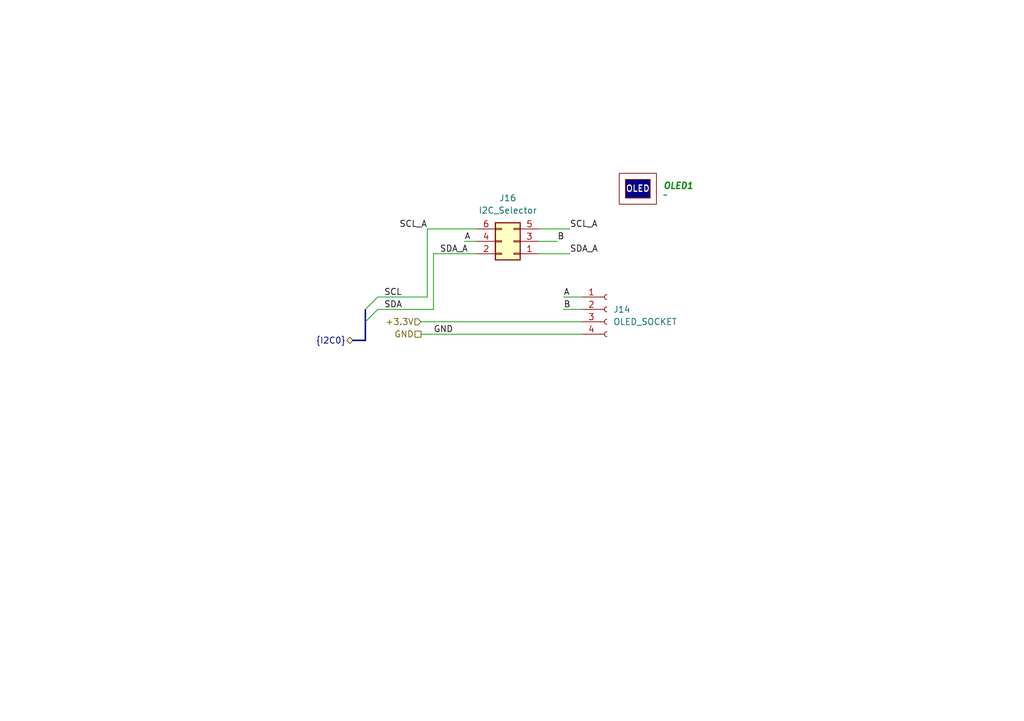
<source format=kicad_sch>
(kicad_sch (version 20231120) (generator "eeschema") (generator_version "8.0")
  (paper "A5")
  (title_block (title "OLED connector") (date "2024-08-29") (rev "1.0") (company "Designed by CREPP-NLG"))
  (lib_symbols
    (symbol "CREPP_Screens:OLED_SSD1306_0.96"
      (property "Reference" "OLED" (at -3.302 4.826 0))
      (symbol "OLED_SSD1306_0.96_0_1"
        (rectangle (start -3.81 3.81) (end 3.81 -2.54))
      )
      (symbol "OLED_SSD1306_0.96_1_1"
        (text "OLED" (at 0 0.762 0) (effects (font (size 1.27 1.27))))
        (text_box "OLED" (at -2.54 2.54 0) (size 5.08 -3.81) (fill (type color) (color 0 0 132 1)) (effects (font (size 1.27 1.27))))
      )
    )
    (symbol "Connector:Conn_01x04_Socket" (pin_names (offset 1.016) hide)
      (property "Reference" "J" (at 0 5.08 0))
      (property "Value" "Conn_01x04_Socket" (at 0 -7.62 0))
      (symbol "Conn_01x04_Socket_1_1"
        (arc (start 0 -4.572) (mid -0.5058 -5.08) (end 0 -5.588) (stroke (width 0.1524)))
        (arc (start 0 -2.032) (mid -0.5058 -2.54) (end 0 -3.048) (stroke (width 0.1524)))
        (polyline (pts (xy -1.27 -5.08) (xy -0.508 -5.08)) (stroke (width 0.1524)))
        (polyline (pts (xy -1.27 -2.54) (xy -0.508 -2.54)) (stroke (width 0.1524)))
        (polyline (pts (xy -1.27 0) (xy -0.508 0)) (stroke (width 0.1524)))
        (polyline (pts (xy -1.27 2.54) (xy -0.508 2.54)) (stroke (width 0.1524)))
        (arc (start 0 0.508) (mid -0.5058 0) (end 0 -0.508) (stroke (width 0.1524)))
        (arc (start 0 3.048) (mid -0.5058 2.54) (end 0 2.032) (stroke (width 0.1524)))
        (pin passive line (at -5.08 2.54 0) (length 3.81) (name "Pin_1") (number "1"))
        (pin passive line (at -5.08 0 0) (length 3.81) (name "Pin_2") (number "2"))
        (pin passive line (at -5.08 -2.54 0) (length 3.81) (name "Pin_3") (number "3"))
        (pin passive line (at -5.08 -5.08 0) (length 3.81) (name "Pin_4") (number "4"))
      )
    )
    (symbol "Connector_Generic:Conn_02x03_Odd_Even" (pin_names (offset 1.016) hide)
      (property "Reference" "J" (at 1.27 5.08 0))
      (property "Value" "Conn_02x03_Odd_Even" (at 1.27 -5.08 0))
      (symbol "Conn_02x03_Odd_Even_1_1"
        (rectangle (start -1.27 -2.413) (end 0 -2.667) (stroke (width 0.1524)))
        (rectangle (start -1.27 0.127) (end 0 -0.127) (stroke (width 0.1524)))
        (rectangle (start -1.27 2.667) (end 0 2.413) (stroke (width 0.1524)))
        (rectangle (start -1.27 3.81) (end 3.81 -3.81) (stroke (width 0.254)) (fill (type background)))
        (rectangle (start 3.81 -2.413) (end 2.54 -2.667) (stroke (width 0.1524)))
        (rectangle (start 3.81 0.127) (end 2.54 -0.127) (stroke (width 0.1524)))
        (rectangle (start 3.81 2.667) (end 2.54 2.413) (stroke (width 0.1524)))
        (pin passive line (at -5.08 2.54 0) (length 3.81) (name "Pin_1") (number "1"))
        (pin passive line (at 7.62 2.54 180) (length 3.81) (name "Pin_2") (number "2"))
        (pin passive line (at -5.08 0 0) (length 3.81) (name "Pin_3") (number "3"))
        (pin passive line (at 7.62 0 180) (length 3.81) (name "Pin_4") (number "4"))
        (pin passive line (at -5.08 -2.54 0) (length 3.81) (name "Pin_5") (number "5"))
        (pin passive line (at 7.62 -2.54 180) (length 3.81) (name "Pin_6") (number "6"))
      )
    )
  )
  (bus_entry (at 77.47 60.96) (size -2.54 2.54))
  (bus_entry (at 77.47 63.5) (size -2.54 2.54))
  (bus (pts (xy 74.93 66.04) (xy 74.93 63.5)))
  (bus (pts (xy 74.93 69.85) (xy 74.93 66.04)))
  (wire (pts (xy 86.36 68.58) (xy 119.38 68.58)))
  (wire (pts (xy 95.25 49.53) (xy 97.79 49.53)))
  (wire (pts (xy 87.63 60.96) (xy 87.63 46.99)))
  (wire (pts (xy 115.57 63.5) (xy 119.38 63.5)))
  (wire (pts (xy 115.57 60.96) (xy 119.38 60.96)))
  (wire (pts (xy 88.9 52.07) (xy 97.79 52.07)))
  (wire (pts (xy 110.49 52.07) (xy 116.84 52.07)))
  (wire (pts (xy 77.47 63.5) (xy 88.9 63.5)))
  (wire (pts (xy 110.49 49.53) (xy 114.3 49.53)))
  (wire (pts (xy 110.49 46.99) (xy 116.84 46.99)))
  (wire (pts (xy 77.47 60.96) (xy 87.63 60.96)))
  (bus (pts (xy 72.39 69.85) (xy 74.93 69.85)))
  (wire (pts (xy 88.9 63.5) (xy 88.9 52.07)))
  (wire (pts (xy 87.63 46.99) (xy 97.79 46.99)))
  (wire (pts (xy 86.36 66.04) (xy 119.38 66.04)))
  (label "A" (at 115.57 60.96 0))
  (label "SDA" (at 78.74 63.5 0))
  (label "A" (at 95.25 49.53 0))
  (label "B" (at 114.3 49.53 0))
  (label "SCL_A" (at 87.63 46.99 180))
  (label "SCL_A" (at 116.84 46.99 0))
  (label "SDA_A" (at 90.17 52.07 0))
  (label "SDA_A" (at 116.84 52.07 0))
  (label "B" (at 115.57 63.5 0))
  (label "GND" (at 88.9 68.58 0))
  (label "SCL" (at 78.74 60.96 0))
  (hierarchical_label "{I2C0}" (shape bidirectional) (at 72.39 69.85 180))
  (hierarchical_label "GND" (shape passive) (at 86.36 68.58 180))
  (hierarchical_label "+3.3V" (shape input) (at 86.36 66.04 180))
  (symbol (lib_id "Connector:Conn_01x04_Socket") (at 124.46 63.5 0) (unit 1)
    (property "Reference" "J14" (at 125.73 63.4999 0) (effects (justify left)))
    (property "Value" "OLED_SOCKET" (at 125.73 66.0399 0) (effects (justify left)))
    (property "Footprint" "Connector_PinSocket_2.54mm:PinSocket_1x04_P2.54mm_Vertical" (effects (hide yes)))
    (property "Description" "Generic connector, single row, 01x04, script generated" (effects (hide yes)))
  )
  (symbol (lib_id "CREPP_Screens:OLED_SSD1306_0.96") (at 130.81 39.37 0) (unit 1)
    (property "Reference" "OLED1" (at 135.89 38.1 0) (effects (font (bold yes) (italic yes)) (justify left)))
    (property "Value" "~" (at 135.89 40.005 0) (effects (justify left)))
    (property "Footprint" "CREPP_Screens:SSD1306_OLED_Display_VIRTUAL_128_64" (effects (hide yes)))
  )
  (symbol (lib_id "Connector_Generic:Conn_02x03_Odd_Even") (at 105.41 49.53 180) (unit 1)
    (property "Reference" "J16" (at 104.14 40.64 0))
    (property "Value" "I2C_Selector" (at 104.14 43.18 0))
    (property "Footprint" "Connector_PinHeader_2.54mm:PinHeader_2x03_P2.54mm_Vertical" (effects (hide yes)))
    (property "Description" "Generic connector, double row, 02x03, odd/even pin numbering scheme (row 1 odd numbers, row 2 even numbers), script generated (kicad-library-utils/schlib/autogen/connector/)" (effects (hide yes)))
  )
)
</source>
